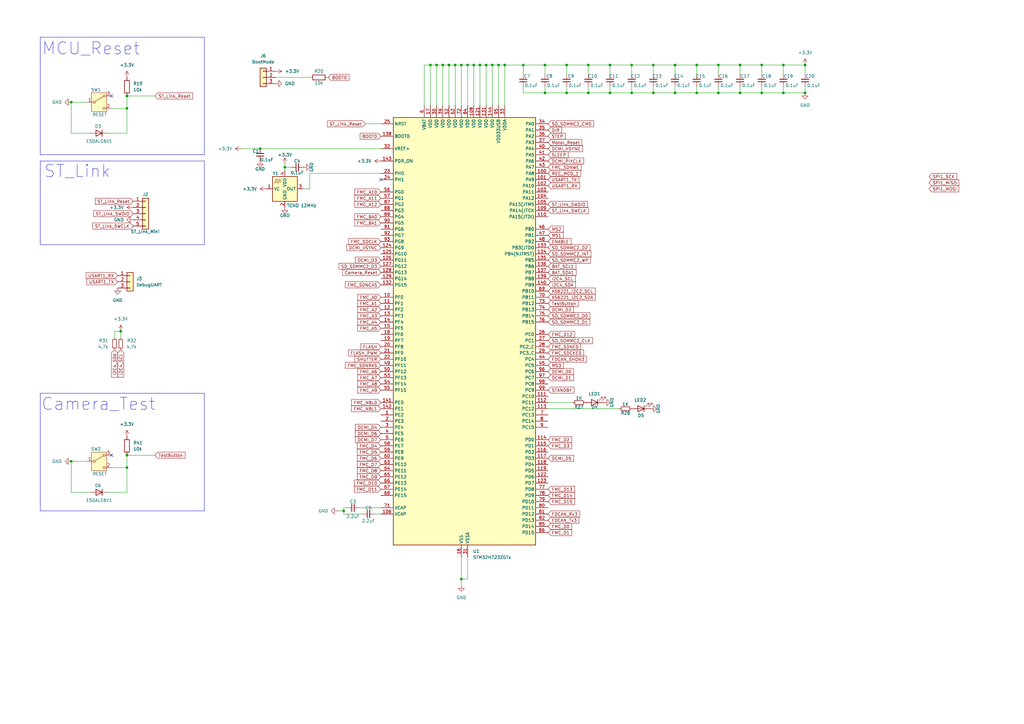
<source format=kicad_sch>
(kicad_sch (version 20250114) (generator "eeschema") (generator_version "9.0")
  (paper "A3")
  (title_block (title "STM32HSV") (date "2025-02-03") (rev "1.0") (company "Roboties"))
  (lib_symbols
    (symbol "Connector_Generic:Conn_01x03" (pin_names (offset 1.016) (hide yes))
      (property "Reference" "J" (at 0 5.08 0))
      (property "Value" "Conn_01x03" (at 0 -5.08 0))
      (symbol "Conn_01x03_1_1"
        (pin passive line (at -5.08 2.54 0) (length 3.81) (name "Pin_1") (number "1"))
        (pin passive line (at -5.08 0 0) (length 3.81) (name "Pin_2") (number "2"))
        (pin passive line (at -5.08 -2.54 0) (length 3.81) (name "Pin_3") (number "3"))
      )
    )
    (symbol "Connector_Generic:Conn_01x05" (pin_names (offset 1.016) (hide yes))
      (property "Reference" "J" (at 0 7.62 0))
      (property "Value" "Conn_01x05" (at 0 -7.62 0))
      (symbol "Conn_01x05_1_1"
        (pin passive line (at -5.08 5.08 0) (length 3.81) (name "Pin_1") (number "1"))
        (pin passive line (at -5.08 2.54 0) (length 3.81) (name "Pin_2") (number "2"))
        (pin passive line (at -5.08 0 0) (length 3.81) (name "Pin_3") (number "3"))
        (pin passive line (at -5.08 -2.54 0) (length 3.81) (name "Pin_4") (number "4"))
        (pin passive line (at -5.08 -5.08 0) (length 3.81) (name "Pin_5") (number "5"))
      )
    )
    (symbol "Device:C_Small" (pin_numbers (hide yes)) (pin_names (offset 0.254) (hide yes))
      (property "Reference" "C" (at 0.254 1.778 0))
      (property "Value" "C_Small" (at 0.254 -2.032 0))
      (symbol "C_Small_1_1"
        (pin passive line (at 0 2.54 270) (length 2.032) (name "~") (number "1"))
        (pin passive line (at 0 -2.54 90) (length 2.032) (name "~") (number "2"))
      )
    )
    (symbol "Device:D" (pin_numbers (hide yes)) (pin_names (offset 1.016) (hide yes))
      (property "Reference" "D" (at 0 2.54 0))
      (property "Value" "D" (at 0 -2.54 0))
      (symbol "D_1_1"
        (pin passive line (at -3.81 0 0) (length 2.54) (name "K") (number "1"))
        (pin passive line (at 3.81 0 180) (length 2.54) (name "A") (number "2"))
      )
    )
    (symbol "Device:LED" (pin_numbers (hide yes)) (pin_names (offset 1.016) (hide yes))
      (property "Reference" "D" (at 0 2.54 0))
      (property "Value" "LED" (at 0 -2.54 0))
      (symbol "LED_1_1"
        (pin passive line (at -3.81 0 0) (length 2.54) (name "K") (number "1"))
        (pin passive line (at 3.81 0 180) (length 2.54) (name "A") (number "2"))
      )
    )
    (symbol "Device:R" (pin_numbers (hide yes)) (pin_names (offset 0))
      (property "Reference" "R" (at 2.032 0 90))
      (property "Value" "R" (at 0 0 90))
      (symbol "R_1_1"
        (pin passive line (at 0 3.81 270) (length 1.27) (name "~") (number "1"))
        (pin passive line (at 0 -3.81 90) (length 1.27) (name "~") (number "2"))
      )
    )
    (symbol "Device:R_Small" (pin_numbers (hide yes)) (pin_names (offset 0.254) (hide yes))
      (property "Reference" "R" (at 0.762 0.508 0))
      (property "Value" "R_Small" (at 0.762 -1.016 0))
      (symbol "R_Small_1_1"
        (pin passive line (at 0 2.54 270) (length 0.762) (name "~") (number "1"))
        (pin passive line (at 0 -2.54 90) (length 0.762) (name "~") (number "2"))
      )
    )
    (symbol "MCU_ST_STM32H7:STM32H723ZGTx"
      (property "Reference" "U" (at -27.94 90.17 0))
      (property "Value" "STM32H723ZGTx" (at 20.32 90.17 0))
      (symbol "STM32H723ZGTx_1_1"
        (pin input line (at -33.02 86.36 0) (length 5.08) (name "NRST") (number "25"))
        (pin input line (at -33.02 81.28 0) (length 5.08) (name "BOOT0") (number "138"))
        (pin input line (at -33.02 76.2 0) (length 5.08) (name "VREF+") (number "32"))
        (pin input line (at -33.02 71.12 0) (length 5.08) (name "PDR_ON") (number "143"))
        (pin bidirectional line (at -33.02 66.04 0) (length 5.08) (name "PH0") (number "23"))
        (pin bidirectional line (at -33.02 63.5 0) (length 5.08) (name "PH1") (number "24"))
        (pin bidirectional line (at -33.02 58.42 0) (length 5.08) (name "PG0") (number "56"))
        (pin bidirectional line (at -33.02 55.88 0) (length 5.08) (name "PG1") (number "57"))
        (pin bidirectional line (at -33.02 53.34 0) (length 5.08) (name "PG2") (number "87"))
        (pin bidirectional line (at -33.02 50.8 0) (length 5.08) (name "PG3") (number "88"))
        (pin bidirectional line (at -33.02 48.26 0) (length 5.08) (name "PG4") (number "89"))
        (pin bidirectional line (at -33.02 45.72 0) (length 5.08) (name "PG5") (number "90"))
        (pin bidirectional line (at -33.02 43.18 0) (length 5.08) (name "PG6") (number "91"))
        (pin bidirectional line (at -33.02 40.64 0) (length 5.08) (name "PG7") (number "92"))
        (pin bidirectional line (at -33.02 38.1 0) (length 5.08) (name "PG8") (number "93"))
        (pin bidirectional line (at -33.02 35.56 0) (length 5.08) (name "PG9") (number "124"))
        (pin bidirectional line (at -33.02 33.02 0) (length 5.08) (name "PG10") (number "125"))
        (pin bidirectional line (at -33.02 30.48 0) (length 5.08) (name "PG11") (number "126"))
        (pin bidirectional line (at -33.02 27.94 0) (length 5.08) (name "PG12") (number "127"))
        (pin bidirectional line (at -33.02 25.4 0) (length 5.08) (name "PG13") (number "128"))
        (pin bidirectional line (at -33.02 22.86 0) (length 5.08) (name "PG14") (number "129"))
        (pin bidirectional line (at -33.02 20.32 0) (length 5.08) (name "PG15") (number "132"))
        (pin bidirectional line (at -33.02 15.24 0) (length 5.08) (name "PF0") (number "10"))
        (pin bidirectional line (at -33.02 12.7 0) (length 5.08) (name "PF1") (number "11"))
        (pin bidirectional line (at -33.02 10.16 0) (length 5.08) (name "PF2") (number "12"))
        (pin bidirectional line (at -33.02 7.62 0) (length 5.08) (name "PF3") (number "13"))
        (pin bidirectional line (at -33.02 5.08 0) (length 5.08) (name "PF4") (number "14"))
        (pin bidirectional line (at -33.02 2.54 0) (length 5.08) (name "PF5") (number "15"))
        (pin bidirectional line (at -33.02 0 0) (length 5.08) (name "PF6") (number "18"))
        (pin bidirectional line (at -33.02 -2.54 0) (length 5.08) (name "PF7") (number "19"))
        (pin bidirectional line (at -33.02 -5.08 0) (length 5.08) (name "PF8") (number "20"))
        (pin bidirectional line (at -33.02 -7.62 0) (length 5.08) (name "PF9") (number "21"))
        (pin bidirectional line (at -33.02 -10.16 0) (length 5.08) (name "PF10") (number "22"))
        (pin bidirectional line (at -33.02 -12.7 0) (length 5.08) (name "PF11") (number "49"))
        (pin bidirectional line (at -33.02 -15.24 0) (length 5.08) (name "PF12") (number "50"))
        (pin bidirectional line (at -33.02 -17.78 0) (length 5.08) (name "PF13") (number "53"))
        (pin bidirectional line (at -33.02 -20.32 0) (length 5.08) (name "PF14") (number "54"))
        (pin bidirectional line (at -33.02 -22.86 0) (length 5.08) (name "PF15") (number "55"))
        (pin bidirectional line (at -33.02 -27.94 0) (length 5.08) (name "PE0") (number "141"))
        (pin bidirectional line (at -33.02 -30.48 0) (length 5.08) (name "PE1") (number "142"))
        (pin bidirectional line (at -33.02 -33.02 0) (length 5.08) (name "PE2") (number "1"))
        (pin bidirectional line (at -33.02 -35.56 0) (length 5.08) (name "PE3") (number "2"))
        (pin bidirectional line (at -33.02 -38.1 0) (length 5.08) (name "PE4") (number "3"))
        (pin bidirectional line (at -33.02 -40.64 0) (length 5.08) (name "PE5") (number "4"))
        (pin bidirectional line (at -33.02 -43.18 0) (length 5.08) (name "PE6") (number "5"))
        (pin bidirectional line (at -33.02 -45.72 0) (length 5.08) (name "PE7") (number "58"))
        (pin bidirectional line (at -33.02 -48.26 0) (length 5.08) (name "PE8") (number "59"))
        (pin bidirectional line (at -33.02 -50.8 0) (length 5.08) (name "PE9") (number "60"))
        (pin bidirectional line (at -33.02 -53.34 0) (length 5.08) (name "PE10") (number "63"))
        (pin bidirectional line (at -33.02 -55.88 0) (length 5.08) (name "PE11") (number "64"))
        (pin bidirectional line (at -33.02 -58.42 0) (length 5.08) (name "PE12") (number "65"))
        (pin bidirectional line (at -33.02 -60.96 0) (length 5.08) (name "PE13") (number "66"))
        (pin bidirectional line (at -33.02 -63.5 0) (length 5.08) (name "PE14") (number "67"))
        (pin bidirectional line (at -33.02 -66.04 0) (length 5.08) (name "PE15") (number "68"))
        (pin power_out line (at -33.02 -71.12 0) (length 5.08) (name "VCAP") (number "71"))
        (pin power_out line (at -33.02 -73.66 0) (length 5.08) (name "VCAP") (number "106"))
        (pin power_in line (at -15.24 93.98 270) (length 5.08) (name "VBAT") (number "6"))
        (pin power_in line (at -12.7 93.98 270) (length 5.08) (name "VDD") (number "17"))
        (pin power_in line (at -10.16 93.98 270) (length 5.08) (name "VDD") (number "30"))
        (pin power_in line (at -7.62 93.98 270) (length 5.08) (name "VDD") (number "39"))
        (pin power_in line (at -5.08 93.98 270) (length 5.08) (name "VDD") (number "52"))
        (pin power_in line (at -2.54 93.98 270) (length 5.08) (name "VDD") (number "62"))
        (pin power_in line (at 0 93.98 270) (length 5.08) (name "VDD") (number "72"))
        (pin passive line (at 0 -91.44 90) (length 5.08) (hide yes) (name "VSS") (number "107"))
        (pin passive line (at 0 -91.44 90) (length 5.08) (hide yes) (name "VSS") (number "120"))
        (pin passive line (at 0 -91.44 90) (length 5.08) (hide yes) (name "VSS") (number "130"))
        (pin power_in line (at 0 -91.44 90) (length 5.08) (name "VSS") (number "16"))
        (pin passive line (at 0 -91.44 90) (length 5.08) (hide yes) (name "VSS") (number "38"))
        (pin passive line (at 0 -91.44 90) (length 5.08) (hide yes) (name "VSS") (number "51"))
        (pin passive line (at 0 -91.44 90) (length 5.08) (hide yes) (name "VSS") (number "61"))
        (pin passive line (at 0 -91.44 90) (length 5.08) (hide yes) (name "VSS") (number "83"))
        (pin passive line (at 0 -91.44 90) (length 5.08) (hide yes) (name "VSS") (number "94"))
        (pin power_in line (at 2.54 93.98 270) (length 5.08) (name "VDD") (number "84"))
        (pin power_in line (at 2.54 -91.44 90) (length 5.08) (name "VSSA") (number "31"))
        (pin power_in line (at 5.08 93.98 270) (length 5.08) (name "VDD") (number "108"))
        (pin power_in line (at 7.62 93.98 270) (length 5.08) (name "VDD") (number "121"))
        (pin power_in line (at 10.16 93.98 270) (length 5.08) (name "VDD") (number "131"))
        (pin power_in line (at 12.7 93.98 270) (length 5.08) (name "VDD") (number "144"))
        (pin power_in line (at 15.24 93.98 270) (length 5.08) (name "VDD33USB") (number "95"))
        (pin power_in line (at 17.78 93.98 270) (length 5.08) (name "VDDA") (number "33"))
        (pin bidirectional line (at 35.56 86.36 180) (length 5.08) (name "PA0") (number "34"))
        (pin bidirectional line (at 35.56 83.82 180) (length 5.08) (name "PA1") (number "35"))
        (pin bidirectional line (at 35.56 81.28 180) (length 5.08) (name "PA2") (number "36"))
        (pin bidirectional line (at 35.56 78.74 180) (length 5.08) (name "PA3") (number "37"))
        (pin bidirectional line (at 35.56 76.2 180) (length 5.08) (name "PA4") (number "40"))
        (pin bidirectional line (at 35.56 73.66 180) (length 5.08) (name "PA5") (number "41"))
        (pin bidirectional line (at 35.56 71.12 180) (length 5.08) (name "PA6") (number "42"))
        (pin bidirectional line (at 35.56 68.58 180) (length 5.08) (name "PA7") (number "43"))
        (pin bidirectional line (at 35.56 66.04 180) (length 5.08) (name "PA8") (number "100"))
        (pin bidirectional line (at 35.56 63.5 180) (length 5.08) (name "PA9") (number "101"))
        (pin bidirectional line (at 35.56 60.96 180) (length 5.08) (name "PA10") (number "102"))
        (pin bidirectional line (at 35.56 58.42 180) (length 5.08) (name "PA11") (number "103"))
        (pin bidirectional line (at 35.56 55.88 180) (length 5.08) (name "PA12") (number "104"))
        (pin bidirectional line (at 35.56 53.34 180) (length 5.08) (name "PA13(JTMS") (number "105"))
        (pin bidirectional line (at 35.56 50.8 180) (length 5.08) (name "PA14(JTCK") (number "109"))
        (pin bidirectional line (at 35.56 48.26 180) (length 5.08) (name "PA15(JTDI)") (number "110"))
        (pin bidirectional line (at 35.56 43.18 180) (length 5.08) (name "PB0") (number "46"))
        (pin bidirectional line (at 35.56 40.64 180) (length 5.08) (name "PB1") (number "47"))
        (pin bidirectional line (at 35.56 38.1 180) (length 5.08) (name "PB2") (number "48"))
        (pin bidirectional line (at 35.56 35.56 180) (length 5.08) (name "PB3(JTDO") (number "133"))
        (pin bidirectional line (at 35.56 33.02 180) (length 5.08) (name "PB4(NJTRST)") (number "134"))
        (pin bidirectional line (at 35.56 30.48 180) (length 5.08) (name "PB5") (number "135"))
        (pin bidirectional line (at 35.56 27.94 180) (length 5.08) (name "PB6") (number "136"))
        (pin bidirectional line (at 35.56 25.4 180) (length 5.08) (name "PB7") (number "137"))
        (pin bidirectional line (at 35.56 22.86 180) (length 5.08) (name "PB8") (number "139"))
        (pin bidirectional line (at 35.56 20.32 180) (length 5.08) (name "PB9") (number "140"))
        (pin bidirectional line (at 35.56 17.78 180) (length 5.08) (name "PB10") (number "69"))
        (pin bidirectional line (at 35.56 15.24 180) (length 5.08) (name "PB11") (number "70"))
        (pin bidirectional line (at 35.56 12.7 180) (length 5.08) (name "PB12") (number "73"))
        (pin bidirectional line (at 35.56 10.16 180) (length 5.08) (name "PB13") (number "74"))
        (pin bidirectional line (at 35.56 7.62 180) (length 5.08) (name "PB14") (number "75"))
        (pin bidirectional line (at 35.56 5.08 180) (length 5.08) (name "PB15") (number "76"))
        (pin bidirectional line (at 35.56 0 180) (length 5.08) (name "PC0") (number "26"))
        (pin bidirectional line (at 35.56 -2.54 180) (length 5.08) (name "PC1") (number "27"))
        (pin bidirectional line (at 35.56 -5.08 180) (length 5.08) (name "PC2_C") (number "28"))
        (pin bidirectional line (at 35.56 -7.62 180) (length 5.08) (name "PC3_C") (number "29"))
        (pin bidirectional line (at 35.56 -10.16 180) (length 5.08) (name "PC4") (number "44"))
        (pin bidirectional line (at 35.56 -12.7 180) (length 5.08) (name "PC5") (number "45"))
        (pin bidirectional line (at 35.56 -15.24 180) (length 5.08) (name "PC6") (number "96"))
        (pin bidirectional line (at 35.56 -17.78 180) (length 5.08) (name "PC7") (number "97"))
        (pin bidirectional line (at 35.56 -20.32 180) (length 5.08) (name "PC8") (number "98"))
        (pin bidirectional line (at 35.56 -22.86 180) (length 5.08) (name "PC9") (number "99"))
        (pin bidirectional line (at 35.56 -25.4 180) (length 5.08) (name "PC10") (number "111"))
        (pin bidirectional line (at 35.56 -27.94 180) (length 5.08) (name "PC11") (number "112"))
        (pin bidirectional line (at 35.56 -30.48 180) (length 5.08) (name "PC12") (number "113"))
        (pin bidirectional line (at 35.56 -33.02 180) (length 5.08) (name "PC13") (number "7"))
        (pin bidirectional line (at 35.56 -35.56 180) (length 5.08) (name "PC14") (number "8"))
        (pin bidirectional line (at 35.56 -38.1 180) (length 5.08) (name "PC15") (number "9"))
        (pin bidirectional line (at 35.56 -43.18 180) (length 5.08) (name "PD0") (number "114"))
        (pin bidirectional line (at 35.56 -45.72 180) (length 5.08) (name "PD1") (number "115"))
        (pin bidirectional line (at 35.56 -48.26 180) (length 5.08) (name "PD2") (number "116"))
        (pin bidirectional line (at 35.56 -50.8 180) (length 5.08) (name "PD3") (number "117"))
        (pin bidirectional line (at 35.56 -53.34 180) (length 5.08) (name "PD4") (number "118"))
        (pin bidirectional line (at 35.56 -55.88 180) (length 5.08) (name "PD5") (number "119"))
        (pin bidirectional line (at 35.56 -58.42 180) (length 5.08) (name "PD6") (number "122"))
        (pin bidirectional line (at 35.56 -60.96 180) (length 5.08) (name "PD7") (number "123"))
        (pin bidirectional line (at 35.56 -63.5 180) (length 5.08) (name "PD8") (number "77"))
        (pin bidirectional line (at 35.56 -66.04 180) (length 5.08) (name "PD9") (number "78"))
        (pin bidirectional line (at 35.56 -68.58 180) (length 5.08) (name "PD10") (number "79"))
        (pin bidirectional line (at 35.56 -71.12 180) (length 5.08) (name "PD11") (number "80"))
        (pin bidirectional line (at 35.56 -73.66 180) (length 5.08) (name "PD12") (number "81"))
        (pin bidirectional line (at 35.56 -76.2 180) (length 5.08) (name "PD13") (number "82"))
        (pin bidirectional line (at 35.56 -78.74 180) (length 5.08) (name "PD14") (number "85"))
        (pin bidirectional line (at 35.56 -81.28 180) (length 5.08) (name "PD15") (number "86"))
      )
    )
    (symbol "Oscillator:FT5HV"
      (property "Reference" "Y" (at 5.08 11.43 0))
      (property "Value" "FT5HV" (at 6.35 8.89 0))
      (symbol "FT5HV_1_1"
        (pin input line (at -7.62 0 0) (length 2.54) (name "VC") (number "1"))
        (pin power_in line (at 0 7.62 270) (length 2.54) (name "VDD") (number "4"))
        (pin power_in line (at 0 -7.62 90) (length 2.54) (name "GND") (number "2"))
        (pin output line (at 7.62 0 180) (length 2.54) (name "OUT") (number "3"))
      )
    )
    (symbol "Switch:SW_SPDT_312" (pin_names (offset 1) (hide yes))
      (property "Reference" "SW" (at 0 5.08 0))
      (property "Value" "SW_SPDT_312" (at 0 -5.08 0))
      (symbol "SW_SPDT_312_1_1"
        (pin passive line (at -5.08 0 0) (length 2.54) (name "B") (number "1"))
        (pin passive line (at 5.08 2.54 180) (length 2.54) (name "A") (number "3"))
        (pin passive line (at 5.08 -2.54 180) (length 2.54) (name "C") (number "2"))
      )
    )
    (symbol "power:+3.3V" (power) (pin_numbers (hide yes)) (pin_names (offset 0) (hide yes))
      (property "Value" "+3.3V" (at 0 3.556 0))
      (symbol "+3.3V_1_1"
        (pin power_in line (at 0 0 90) (length 0) (name "~") (number "1"))
      )
    )
    (symbol "power:GND" (power) (pin_numbers (hide yes)) (pin_names (offset 0) (hide yes))
      (property "Value" "GND" (at 0 -3.81 0))
      (symbol "GND_1_1"
        (pin power_in line (at 0 0 270) (length 0) (name "~") (number "1"))
      )
    )
  )
  (rectangle (start 16.51 15.24) (end 83.82 63.5))
  (rectangle (start 16.51 161.29) (end 83.82 209.55))
  (text "Camera_Test\n" (at 40.386 165.862 0) (effects (font (size 5 5))))
  (text "ST_Link" (at 31.75 70.358 0) (effects (font (size 5 5))))
  (text "MCU_Reset" (at 37.338 20.066 0) (effects (font (size 5 5))))
  (junction (at 321.31 38.1))
  (junction (at 201.93 26.67))
  (junction (at 241.3 26.67))
  (junction (at 140.97 209.55))
  (junction (at 232.41 26.67))
  (junction (at 312.42 38.1))
  (junction (at 321.31 26.67))
  (junction (at 285.75 26.67))
  (junction (at 189.23 237.49))
  (junction (at 223.52 26.67))
  (junction (at 52.07 44.45))
  (junction (at 189.23 26.67))
  (junction (at 49.53 135.89))
  (junction (at 116.84 68.58))
  (junction (at 330.2 38.1))
  (junction (at 214.63 26.67))
  (junction (at 52.07 186.69))
  (junction (at 232.41 38.1))
  (junction (at 312.42 26.67))
  (junction (at 330.2 26.67))
  (junction (at 207.01 26.67))
  (junction (at 241.3 38.1))
  (junction (at 267.97 26.67))
  (junction (at 181.61 26.67))
  (junction (at 29.21 41.91))
  (junction (at 294.64 38.1))
  (junction (at 196.85 26.67))
  (junction (at 186.69 26.67))
  (junction (at 191.77 26.67))
  (junction (at 194.31 26.67))
  (junction (at 52.07 191.77))
  (junction (at 276.86 26.67))
  (junction (at 199.39 26.67))
  (junction (at 223.52 38.1))
  (junction (at 29.21 189.23))
  (junction (at 250.19 38.1))
  (junction (at 176.53 26.67))
  (junction (at 250.19 26.67))
  (junction (at 276.86 38.1))
  (junction (at 179.07 26.67))
  (junction (at 303.53 38.1))
  (junction (at 259.08 38.1))
  (junction (at 106.68 60.96))
  (junction (at 52.07 39.37))
  (junction (at 184.15 26.67))
  (junction (at 259.08 26.67))
  (junction (at 285.75 38.1))
  (junction (at 267.97 38.1))
  (junction (at 294.64 26.67))
  (junction (at 204.47 26.67))
  (junction (at 303.53 26.67))
  (no_connect (at 45.72 39.37))
  (no_connect (at 45.72 186.69))
  (no_connect (at 156.21 73.66))
  (wire (pts (xy 63.5 39.37) (xy 52.07 39.37)))
  (wire (pts (xy 241.3 38.1) (xy 232.41 38.1)))
  (wire (pts (xy 259.08 26.67) (xy 267.97 26.67)))
  (wire (pts (xy 312.42 35.56) (xy 312.42 38.1)))
  (wire (pts (xy 99.06 60.96) (xy 106.68 60.96)))
  (wire (pts (xy 29.21 41.91) (xy 29.21 54.61)))
  (wire (pts (xy 223.52 26.67) (xy 232.41 26.67)))
  (wire (pts (xy 44.45 201.93) (xy 52.07 201.93)))
  (wire (pts (xy 204.47 26.67) (xy 204.47 43.18)))
  (wire (pts (xy 294.64 35.56) (xy 294.64 38.1)))
  (wire (pts (xy 250.19 26.67) (xy 250.19 30.48)))
  (wire (pts (xy 140.97 210.82) (xy 140.97 209.55)))
  (wire (pts (xy 214.63 38.1) (xy 223.52 38.1)))
  (wire (pts (xy 285.75 35.56) (xy 285.75 38.1)))
  (wire (pts (xy 191.77 26.67) (xy 194.31 26.67)))
  (wire (pts (xy 46.99 138.43) (xy 46.99 135.89)))
  (wire (pts (xy 303.53 26.67) (xy 312.42 26.67)))
  (wire (pts (xy 294.64 38.1) (xy 285.75 38.1)))
  (wire (pts (xy 44.45 54.61) (xy 52.07 54.61)))
  (wire (pts (xy 189.23 240.03) (xy 189.23 237.49)))
  (wire (pts (xy 267.97 38.1) (xy 259.08 38.1)))
  (wire (pts (xy 148.59 210.82) (xy 140.97 210.82)))
  (wire (pts (xy 52.07 191.77) (xy 45.72 191.77)))
  (wire (pts (xy 184.15 26.67) (xy 184.15 43.18)))
  (wire (pts (xy 241.3 26.67) (xy 250.19 26.67)))
  (wire (pts (xy 52.07 44.45) (xy 52.07 54.61)))
  (wire (pts (xy 181.61 26.67) (xy 181.61 43.18)))
  (wire (pts (xy 106.68 60.96) (xy 156.21 60.96)))
  (wire (pts (xy 119.38 68.58) (xy 116.84 68.58)))
  (wire (pts (xy 186.69 26.67) (xy 186.69 43.18)))
  (wire (pts (xy 116.84 67.31) (xy 116.84 68.58)))
  (wire (pts (xy 186.69 26.67) (xy 189.23 26.67)))
  (wire (pts (xy 189.23 228.6) (xy 189.23 237.49)))
  (wire (pts (xy 52.07 39.37) (xy 52.07 44.45)))
  (wire (pts (xy 312.42 38.1) (xy 303.53 38.1)))
  (wire (pts (xy 147.32 208.28) (xy 156.21 208.28)))
  (wire (pts (xy 223.52 26.67) (xy 223.52 30.48)))
  (wire (pts (xy 52.07 44.45) (xy 45.72 44.45)))
  (wire (pts (xy 52.07 186.69) (xy 52.07 191.77)))
  (wire (pts (xy 153.67 210.82) (xy 156.21 210.82)))
  (wire (pts (xy 191.77 26.67) (xy 191.77 43.18)))
  (wire (pts (xy 321.31 35.56) (xy 321.31 38.1)))
  (wire (pts (xy 254 167.64) (xy 224.79 167.64)))
  (wire (pts (xy 267.97 26.67) (xy 276.86 26.67)))
  (wire (pts (xy 189.23 26.67) (xy 189.23 43.18)))
  (wire (pts (xy 179.07 26.67) (xy 181.61 26.67)))
  (wire (pts (xy 29.21 201.93) (xy 36.83 201.93)))
  (wire (pts (xy 29.21 189.23) (xy 35.56 189.23)))
  (wire (pts (xy 124.46 77.47) (xy 127 77.47)))
  (wire (pts (xy 36.83 54.61) (xy 29.21 54.61)))
  (wire (pts (xy 232.41 26.67) (xy 232.41 30.48)))
  (wire (pts (xy 176.53 26.67) (xy 176.53 43.18)))
  (wire (pts (xy 184.15 26.67) (xy 186.69 26.67)))
  (polyline (pts (xy 16.51 66.04) (xy 16.51 100.33)))
  (wire (pts (xy 303.53 38.1) (xy 294.64 38.1)))
  (wire (pts (xy 196.85 26.67) (xy 199.39 26.67)))
  (wire (pts (xy 142.24 208.28) (xy 140.97 208.28)))
  (wire (pts (xy 181.61 26.67) (xy 184.15 26.67)))
  (wire (pts (xy 234.95 165.1) (xy 224.79 165.1)))
  (wire (pts (xy 194.31 26.67) (xy 196.85 26.67)))
  (wire (pts (xy 312.42 26.67) (xy 321.31 26.67)))
  (wire (pts (xy 29.21 189.23) (xy 29.21 201.93)))
  (wire (pts (xy 303.53 26.67) (xy 303.53 30.48)))
  (wire (pts (xy 207.01 26.67) (xy 214.63 26.67)))
  (wire (pts (xy 29.21 41.91) (xy 35.56 41.91)))
  (wire (pts (xy 232.41 38.1) (xy 223.52 38.1)))
  (wire (pts (xy 201.93 26.67) (xy 201.93 43.18)))
  (wire (pts (xy 207.01 26.67) (xy 207.01 43.18)))
  (wire (pts (xy 285.75 26.67) (xy 294.64 26.67)))
  (wire (pts (xy 232.41 26.67) (xy 241.3 26.67)))
  (wire (pts (xy 196.85 26.67) (xy 196.85 43.18)))
  (wire (pts (xy 276.86 26.67) (xy 285.75 26.67)))
  (wire (pts (xy 259.08 26.67) (xy 259.08 30.48)))
  (wire (pts (xy 330.2 26.67) (xy 330.2 30.48)))
  (wire (pts (xy 201.93 26.67) (xy 204.47 26.67)))
  (wire (pts (xy 199.39 26.67) (xy 199.39 43.18)))
  (wire (pts (xy 63.5 186.69) (xy 52.07 186.69)))
  (wire (pts (xy 321.31 26.67) (xy 321.31 30.48)))
  (wire (pts (xy 259.08 38.1) (xy 250.19 38.1)))
  (polyline (pts (xy 83.82 66.04) (xy 83.82 100.33)))
  (wire (pts (xy 276.86 38.1) (xy 267.97 38.1)))
  (wire (pts (xy 179.07 26.67) (xy 179.07 43.18)))
  (wire (pts (xy 127 71.12) (xy 156.21 71.12)))
  (wire (pts (xy 294.64 26.67) (xy 294.64 30.48)))
  (wire (pts (xy 250.19 26.67) (xy 259.08 26.67)))
  (wire (pts (xy 46.99 135.89) (xy 49.53 135.89)))
  (wire (pts (xy 285.75 38.1) (xy 276.86 38.1)))
  (wire (pts (xy 330.2 35.56) (xy 330.2 38.1)))
  (wire (pts (xy 127 31.75) (xy 113.03 31.75)))
  (wire (pts (xy 116.84 68.58) (xy 116.84 69.85)))
  (polyline (pts (xy 16.51 66.04) (xy 83.82 66.04)))
  (wire (pts (xy 52.07 191.77) (xy 52.07 201.93)))
  (wire (pts (xy 189.23 237.49) (xy 191.77 237.49)))
  (wire (pts (xy 149.86 50.8) (xy 156.21 50.8)))
  (wire (pts (xy 294.64 26.67) (xy 303.53 26.67)))
  (wire (pts (xy 285.75 26.67) (xy 285.75 30.48)))
  (wire (pts (xy 223.52 35.56) (xy 223.52 38.1)))
  (wire (pts (xy 127 77.47) (xy 127 71.12)))
  (wire (pts (xy 194.31 26.67) (xy 194.31 43.18)))
  (wire (pts (xy 173.99 26.67) (xy 176.53 26.67)))
  (wire (pts (xy 138.43 209.55) (xy 140.97 209.55)))
  (wire (pts (xy 176.53 26.67) (xy 179.07 26.67)))
  (wire (pts (xy 214.63 35.56) (xy 214.63 38.1)))
  (wire (pts (xy 189.23 26.67) (xy 191.77 26.67)))
  (wire (pts (xy 232.41 35.56) (xy 232.41 38.1)))
  (wire (pts (xy 199.39 26.67) (xy 201.93 26.67)))
  (wire (pts (xy 312.42 26.67) (xy 312.42 30.48)))
  (wire (pts (xy 241.3 35.56) (xy 241.3 38.1)))
  (wire (pts (xy 303.53 35.56) (xy 303.53 38.1)))
  (polyline (pts (xy 83.82 100.33) (xy 16.51 100.33)))
  (wire (pts (xy 173.99 26.67) (xy 173.99 43.18)))
  (wire (pts (xy 49.53 135.89) (xy 49.53 138.43)))
  (wire (pts (xy 214.63 26.67) (xy 223.52 26.67)))
  (wire (pts (xy 204.47 26.67) (xy 207.01 26.67)))
  (wire (pts (xy 330.2 38.1) (xy 321.31 38.1)))
  (wire (pts (xy 214.63 26.67) (xy 214.63 30.48)))
  (wire (pts (xy 250.19 38.1) (xy 241.3 38.1)))
  (wire (pts (xy 259.08 35.56) (xy 259.08 38.1)))
  (wire (pts (xy 267.97 26.67) (xy 267.97 30.48)))
  (wire (pts (xy 321.31 26.67) (xy 330.2 26.67)))
  (wire (pts (xy 191.77 228.6) (xy 191.77 237.49)))
  (wire (pts (xy 250.19 35.56) (xy 250.19 38.1)))
  (wire (pts (xy 276.86 35.56) (xy 276.86 38.1)))
  (wire (pts (xy 241.3 26.67) (xy 241.3 30.48)))
  (wire (pts (xy 140.97 208.28) (xy 140.97 209.55)))
  (wire (pts (xy 267.97 35.56) (xy 267.97 38.1)))
  (wire (pts (xy 276.86 26.67) (xy 276.86 30.48)))
  (wire (pts (xy 321.31 38.1) (xy 312.42 38.1)))
  (global_label "FMC_A3" (shape input) (at 156.21 129.54 180) (property "Intersheetrefs" "${INTERSHEET_REFS}" (effects (hide yes))))
  (global_label "FDCAN_SHDN3" (shape input) (at 224.79 147.32 0) (property "Intersheetrefs" "${INTERSHEET_REFS}" (effects (hide yes))))
  (global_label "DCMI_D3" (shape input) (at 156.21 106.68 180) (property "Intersheetrefs" "${INTERSHEET_REFS}" (effects (hide yes))))
  (global_label "FMC_D13" (shape input) (at 224.79 200.66 0) (property "Intersheetrefs" "${INTERSHEET_REFS}" (effects (hide yes))))
  (global_label "FMC_A1" (shape input) (at 156.21 124.46 180) (property "Intersheetrefs" "${INTERSHEET_REFS}" (effects (hide yes))))
  (global_label "Camera_Reset" (shape input) (at 156.21 111.76 180) (property "Intersheetrefs" "${INTERSHEET_REFS}" (effects (hide yes))))
  (global_label "FMC_A5" (shape input) (at 156.21 134.62 180) (property "Intersheetrefs" "${INTERSHEET_REFS}" (effects (hide yes))))
  (global_label "TestButton" (shape input) (at 63.5 186.69 0) (property "Intersheetrefs" "${INTERSHEET_REFS}" (effects (hide yes))))
  (global_label "FMC_NBL1" (shape input) (at 156.21 167.64 180) (property "Intersheetrefs" "${INTERSHEET_REFS}" (effects (hide yes))))
  (global_label "DIR" (shape input) (at 224.79 53.34 0) (property "Intersheetrefs" "${INTERSHEET_REFS}" (effects (hide yes))))
  (global_label "RCC_MCO_1" (shape input) (at 224.79 71.12 0) (property "Intersheetrefs" "${INTERSHEET_REFS}" (effects (hide yes))))
  (global_label "TestButton" (shape input) (at 224.79 124.46 0) (property "Intersheetrefs" "${INTERSHEET_REFS}" (effects (hide yes))))
  (global_label "SD_SDMMC2_D2" (shape input) (at 224.79 101.6 0) (property "Intersheetrefs" "${INTERSHEET_REFS}" (effects (hide yes))))
  (global_label "STEP" (shape input) (at 224.79 55.88 0) (property "Intersheetrefs" "${INTERSHEET_REFS}" (effects (hide yes))))
  (global_label "USART1_TX" (shape input) (at 224.79 73.66 0) (property "Intersheetrefs" "${INTERSHEET_REFS}" (effects (hide yes))))
  (global_label "SD_SDMMC2_WP" (shape input) (at 224.79 106.68 0) (property "Intersheetrefs" "${INTERSHEET_REFS}" (effects (hide yes))))
  (global_label "FMC_D5" (shape input) (at 156.21 185.42 180) (property "Intersheetrefs" "${INTERSHEET_REFS}" (effects (hide yes))))
  (global_label "DCMI_VSYNC" (shape input) (at 156.21 101.6 180) (property "Intersheetrefs" "${INTERSHEET_REFS}" (effects (hide yes))))
  (global_label "FMC_SDNRAS" (shape input) (at 156.21 149.86 180) (property "Intersheetrefs" "${INTERSHEET_REFS}" (effects (hide yes))))
  (global_label "MS3" (shape input) (at 224.79 149.86 0) (property "Intersheetrefs" "${INTERSHEET_REFS}" (effects (hide yes))))
  (global_label "FMC_A10" (shape input) (at 156.21 78.74 180) (property "Intersheetrefs" "${INTERSHEET_REFS}" (effects (hide yes))))
  (global_label "FMC_D14" (shape input) (at 224.79 203.2 0) (property "Intersheetrefs" "${INTERSHEET_REFS}" (effects (hide yes))))
  (global_label "SD_SDMMC2_INT" (shape input) (at 224.79 104.14 0) (property "Intersheetrefs" "${INTERSHEET_REFS}" (effects (hide yes))))
  (global_label "FMC_D6" (shape input) (at 156.21 187.96 180) (property "Intersheetrefs" "${INTERSHEET_REFS}" (effects (hide yes))))
  (global_label "FLASH_PWM" (shape input) (at 156.21 144.78 180) (property "Intersheetrefs" "${INTERSHEET_REFS}" (effects (hide yes))))
  (global_label "FMC_D4" (shape input) (at 156.21 182.88 180) (property "Intersheetrefs" "${INTERSHEET_REFS}" (effects (hide yes))))
  (global_label "FLASH" (shape input) (at 156.21 142.24 180) (property "Intersheetrefs" "${INTERSHEET_REFS}" (effects (hide yes))))
  (global_label "FMC_SDNWE" (shape input) (at 224.79 68.58 0) (property "Intersheetrefs" "${INTERSHEET_REFS}" (effects (hide yes))))
  (global_label "FMC_A4" (shape input) (at 156.21 132.08 180) (property "Intersheetrefs" "${INTERSHEET_REFS}" (effects (hide yes))))
  (global_label "FMC_A7" (shape input) (at 156.21 154.94 180) (property "Intersheetrefs" "${INTERSHEET_REFS}" (effects (hide yes))))
  (global_label "FMC_SDNE0" (shape input) (at 224.79 142.24 0) (property "Intersheetrefs" "${INTERSHEET_REFS}" (effects (hide yes))))
  (global_label "DCMI_D4" (shape input) (at 156.21 175.26 180) (property "Intersheetrefs" "${INTERSHEET_REFS}" (effects (hide yes))))
  (global_label "DCMI_D5" (shape input) (at 224.79 187.96 0) (property "Intersheetrefs" "${INTERSHEET_REFS}" (effects (hide yes))))
  (global_label "FMC_NBL0" (shape input) (at 156.21 165.1 180) (property "Intersheetrefs" "${INTERSHEET_REFS}" (effects (hide yes))))
  (global_label "FMC_SDNCAS" (shape input) (at 156.21 116.84 180) (property "Intersheetrefs" "${INTERSHEET_REFS}" (effects (hide yes))))
  (global_label "MS1" (shape input) (at 224.79 96.52 0) (property "Intersheetrefs" "${INTERSHEET_REFS}" (effects (hide yes))))
  (global_label "FMC_A12" (shape input) (at 156.21 83.82 180) (property "Intersheetrefs" "${INTERSHEET_REFS}" (effects (hide yes))))
  (global_label "FMC_A6" (shape input) (at 156.21 152.4 180) (property "Intersheetrefs" "${INTERSHEET_REFS}" (effects (hide yes))))
  (global_label "SPI1_MISO" (shape input) (at 381 74.93 0) (property "Intersheetrefs" "${INTERSHEET_REFS}" (effects (hide yes))))
  (global_label "USART1_RX" (shape input) (at 224.79 76.2 0) (property "Intersheetrefs" "${INTERSHEET_REFS}" (effects (hide yes))))
  (global_label "FMC_D9" (shape input) (at 156.21 195.58 180) (property "Intersheetrefs" "${INTERSHEET_REFS}" (effects (hide yes))))
  (global_label "FMC_D1" (shape input) (at 224.79 218.44 0) (property "Intersheetrefs" "${INTERSHEET_REFS}" (effects (hide yes))))
  (global_label "I2C4_SCL" (shape input) (at 49.53 143.51 270) (property "Intersheetrefs" "${INTERSHEET_REFS}" (effects (hide yes))))
  (global_label "FMC_A11" (shape input) (at 156.21 81.28 180) (property "Intersheetrefs" "${INTERSHEET_REFS}" (effects (hide yes))))
  (global_label "AS6221_I2C2_SCL" (shape input) (at 224.79 119.38 0) (property "Intersheetrefs" "${INTERSHEET_REFS}" (effects (hide yes))))
  (global_label "FDCAN_Tx3" (shape input) (at 224.79 213.36 0) (property "Intersheetrefs" "${INTERSHEET_REFS}" (effects (hide yes))))
  (global_label "USART1_TX" (shape input) (at 48.26 115.57 180) (property "Intersheetrefs" "${INTERSHEET_REFS}" (effects (hide yes))))
  (global_label "FMC_A9" (shape input) (at 156.21 160.02 180) (property "Intersheetrefs" "${INTERSHEET_REFS}" (effects (hide yes))))
  (global_label "ST_Link_SWCLK" (shape input) (at 224.79 86.36 0) (property "Intersheetrefs" "${INTERSHEET_REFS}" (effects (hide yes))))
  (global_label "FMC_BA1" (shape input) (at 156.21 91.44 180) (property "Intersheetrefs" "${INTERSHEET_REFS}" (effects (hide yes))))
  (global_label "SD_SDMMC2_D0" (shape input) (at 224.79 129.54 0) (property "Intersheetrefs" "${INTERSHEET_REFS}" (effects (hide yes))))
  (global_label "I2C4_SDA" (shape input) (at 46.99 143.51 270) (property "Intersheetrefs" "${INTERSHEET_REFS}" (effects (hide yes))))
  (global_label "FMC_BA0" (shape input) (at 156.21 88.9 180) (property "Intersheetrefs" "${INTERSHEET_REFS}" (effects (hide yes))))
  (global_label "BOOT0" (shape input) (at 134.62 31.75 0) (property "Intersheetrefs" "${INTERSHEET_REFS}" (effects (hide yes))))
  (global_label "USART1_RX" (shape input) (at 48.26 113.03 180) (property "Intersheetrefs" "${INTERSHEET_REFS}" (effects (hide yes))))
  (global_label "I2C4_SCL" (shape input) (at 224.79 114.3 0) (property "Intersheetrefs" "${INTERSHEET_REFS}" (effects (hide yes))))
  (global_label "DCMI_D0" (shape input) (at 224.79 152.4 0) (property "Intersheetrefs" "${INTERSHEET_REFS}" (effects (hide yes))))
  (global_label "FMC_D3" (shape input) (at 224.79 182.88 0) (property "Intersheetrefs" "${INTERSHEET_REFS}" (effects (hide yes))))
  (global_label "DCMI_D6" (shape input) (at 156.21 177.8 180) (property "Intersheetrefs" "${INTERSHEET_REFS}" (effects (hide yes))))
  (global_label "ST_Link_SWDIO" (shape input) (at 224.79 83.82 0) (property "Intersheetrefs" "${INTERSHEET_REFS}" (effects (hide yes))))
  (global_label "DCMI_D2" (shape input) (at 224.79 127 0) (property "Intersheetrefs" "${INTERSHEET_REFS}" (effects (hide yes))))
  (global_label "ST_Link_Reset" (shape input) (at 63.5 39.37 0) (property "Intersheetrefs" "${INTERSHEET_REFS}" (effects (hide yes))))
  (global_label "ST_Link_SWCLK" (shape input) (at 54.61 92.71 180) (property "Intersheetrefs" "${INTERSHEET_REFS}" (effects (hide yes))))
  (global_label "MS2" (shape input) (at 224.79 93.98 0) (property "Intersheetrefs" "${INTERSHEET_REFS}" (effects (hide yes))))
  (global_label "DCMI_HSYNC" (shape input) (at 224.79 60.96 0) (property "Intersheetrefs" "${INTERSHEET_REFS}" (effects (hide yes))))
  (global_label "SD_SDMMC2_D3" (shape input) (at 156.21 109.22 180) (property "Intersheetrefs" "${INTERSHEET_REFS}" (effects (hide yes))))
  (global_label "AS6221_I2C2_SDA" (shape input) (at 224.79 121.92 0) (property "Intersheetrefs" "${INTERSHEET_REFS}" (effects (hide yes))))
  (global_label "SPI1_SCK" (shape input) (at 381 72.39 0) (property "Intersheetrefs" "${INTERSHEET_REFS}" (effects (hide yes))))
  (global_label "ST_Link_SWDIO" (shape input) (at 54.61 87.63 180) (property "Intersheetrefs" "${INTERSHEET_REFS}" (effects (hide yes))))
  (global_label "SHUTTER" (shape input) (at 156.21 147.32 180) (property "Intersheetrefs" "${INTERSHEET_REFS}" (effects (hide yes))))
  (global_label "FMC_D10" (shape input) (at 156.21 198.12 180) (property "Intersheetrefs" "${INTERSHEET_REFS}" (effects (hide yes))))
  (global_label "FMC_A0" (shape input) (at 156.21 121.92 180) (property "Intersheetrefs" "${INTERSHEET_REFS}" (effects (hide yes))))
  (global_label "DCMI_D1" (shape input) (at 224.79 154.94 0) (property "Intersheetrefs" "${INTERSHEET_REFS}" (effects (hide yes))))
  (global_label "FMC_D8" (shape input) (at 156.21 193.04 180) (property "Intersheetrefs" "${INTERSHEET_REFS}" (effects (hide yes))))
  (global_label "SD_SDMMC2_CMD" (shape input) (at 224.79 50.8 0) (property "Intersheetrefs" "${INTERSHEET_REFS}" (effects (hide yes))))
  (global_label "FMC_A2" (shape input) (at 156.21 127 180) (property "Intersheetrefs" "${INTERSHEET_REFS}" (effects (hide yes))))
  (global_label "FMC_D12" (shape input) (at 224.79 137.16 0) (property "Intersheetrefs" "${INTERSHEET_REFS}" (effects (hide yes))))
  (global_label "FMC_D11" (shape input) (at 156.21 200.66 180) (property "Intersheetrefs" "${INTERSHEET_REFS}" (effects (hide yes))))
  (global_label "FMC_D7" (shape input) (at 156.21 190.5 180) (property "Intersheetrefs" "${INTERSHEET_REFS}" (effects (hide yes))))
  (global_label "DCMI_PIXCLK" (shape input) (at 224.79 66.04 0) (property "Intersheetrefs" "${INTERSHEET_REFS}" (effects (hide yes))))
  (global_label "SPI1_MOSI" (shape input) (at 381 77.47 0) (property "Intersheetrefs" "${INTERSHEET_REFS}" (effects (hide yes))))
  (global_label "ST_Link_Reset" (shape input) (at 149.86 50.8 180) (property "Intersheetrefs" "${INTERSHEET_REFS}" (effects (hide yes))))
  (global_label "SD_SDMMC2_D1" (shape input) (at 224.79 132.08 0) (property "Intersheetrefs" "${INTERSHEET_REFS}" (effects (hide yes))))
  (global_label "FMC_A8" (shape input) (at 156.21 157.48 180) (property "Intersheetrefs" "${INTERSHEET_REFS}" (effects (hide yes))))
  (global_label "FMC_D15" (shape input) (at 224.79 205.74 0) (property "Intersheetrefs" "${INTERSHEET_REFS}" (effects (hide yes))))
  (global_label "ENABLE" (shape input) (at 224.79 99.06 0) (property "Intersheetrefs" "${INTERSHEET_REFS}" (effects (hide yes))))
  (global_label "FMC_SDCLK" (shape input) (at 156.21 99.06 180) (property "Intersheetrefs" "${INTERSHEET_REFS}" (effects (hide yes))))
  (global_label "ST_Link_Reset" (shape input) (at 54.61 82.55 180) (property "Intersheetrefs" "${INTERSHEET_REFS}" (effects (hide yes))))
  (global_label "FMC_D2" (shape input) (at 224.79 180.34 0) (property "Intersheetrefs" "${INTERSHEET_REFS}" (effects (hide yes))))
  (global_label "FMC_D0" (shape input) (at 224.79 215.9 0) (property "Intersheetrefs" "${INTERSHEET_REFS}" (effects (hide yes))))
  (global_label "DCMI_D7" (shape input) (at 156.21 180.34 180) (property "Intersheetrefs" "${INTERSHEET_REFS}" (effects (hide yes))))
  (global_label "BOOT0" (shape input) (at 156.21 55.88 180) (property "Intersheetrefs" "${INTERSHEET_REFS}" (effects (hide yes))))
  (global_label "BAT_SDA1" (shape input) (at 224.79 111.76 0) (property "Intersheetrefs" "${INTERSHEET_REFS}" (effects (hide yes))))
  (global_label "SLEEP" (shape input) (at 224.79 63.5 0) (property "Intersheetrefs" "${INTERSHEET_REFS}" (effects (hide yes))))
  (global_label "I2C4_SDA" (shape input) (at 224.79 116.84 0) (property "Intersheetrefs" "${INTERSHEET_REFS}" (effects (hide yes))))
  (global_label "SD_SDMMC2_CLK" (shape input) (at 224.79 139.7 0) (property "Intersheetrefs" "${INTERSHEET_REFS}" (effects (hide yes))))
  (global_label "FDCAN_Rx3" (shape input) (at 224.79 210.82 0) (property "Intersheetrefs" "${INTERSHEET_REFS}" (effects (hide yes))))
  (global_label "BAT_SCL1" (shape input) (at 224.79 109.22 0) (property "Intersheetrefs" "${INTERSHEET_REFS}" (effects (hide yes))))
  (global_label "STANDBY" (shape input) (at 224.79 160.02 0) (property "Intersheetrefs" "${INTERSHEET_REFS}" (effects (hide yes))))
  (global_label "FMC_SDCKE0" (shape input) (at 224.79 144.78 0) (property "Intersheetrefs" "${INTERSHEET_REFS}" (effects (hide yes))))
  (global_label "Motor_Reset" (shape input) (at 224.79 58.42 0) (property "Intersheetrefs" "${INTERSHEET_REFS}" (effects (hide yes))))
  (symbol (lib_id "power:+3.3V") (at 52.07 31.75 0) (unit 1)
    (property "Reference" "#PWR060" (effects (hide yes)))
    (property "Value" "+3.3V" (at 52.07 26.67 0))
    (property "Description" "Power symbol creates a global label with name \"+3.3V\"" (effects (hide yes)))
  )
  (symbol (lib_id "Connector_Generic:Conn_01x05") (at 59.69 87.63 0) (unit 1)
    (property "Reference" "J2" (at 58.42 79.756 0) (effects (justify left)))
    (property "Value" "ST_Link_Mini" (at 53.594 94.996 0) (effects (justify left)))
    (property "Footprint" "Connector_PinHeader_2.54mm:PinHeader_1x05_P2.54mm_Vertical" (effects (hide yes)))
    (property "Description" "Generic connector, single row, 01x05, script generated (kicad-library-utils/schlib/autogen/connector/)" (effects (hide yes)))
  )
  (symbol (lib_id "Device:C_Small") (at 232.41 33.02 180) (unit 1)
    (property "Reference" "C9" (at 234.188 31.242 0))
    (property "Value" "0.1uF" (at 235.966 35.052 0))
    (property "Footprint" "Capacitor_SMD:C_0603_1608Metric" (effects (hide yes)))
    (property "Description" "Unpolarized capacitor, small symbol" (effects (hide yes)))
  )
  (symbol (lib_id "power:+3.3V") (at 116.84 67.31 0) (unit 1)
    (property "Reference" "#PWR057" (effects (hide yes)))
    (property "Value" "+3.3V" (at 116.84 63.5 0))
    (property "Description" "Power symbol creates a global label with name \"+3.3V\"" (effects (hide yes)))
  )
  (symbol (lib_id "power:GND") (at 29.21 41.91 270) (unit 1)
    (property "Reference" "#PWR059" (effects (hide yes)))
    (property "Value" "GND" (at 25.4 41.9099 90) (effects (justify right)))
    (property "Description" "Power symbol creates a global label with name \"GND\" , ground" (effects (hide yes)))
  )
  (symbol (lib_id "Connector_Generic:Conn_01x03") (at 107.95 31.75 0) (mirror y) (unit 1)
    (property "Reference" "J6" (at 107.95 22.86 0))
    (property "Value" "BootMode" (at 107.95 25.4 0))
    (property "Footprint" "Connector_PinHeader_2.54mm:PinHeader_1x03_P2.54mm_Vertical" (effects (hide yes)))
    (property "Description" "Generic connector, single row, 01x03, script generated (kicad-library-utils/schlib/autogen/connector/)" (effects (hide yes)))
  )
  (symbol (lib_id "Switch:SW_SPDT_312") (at 40.64 41.91 0) (unit 1)
    (property "Reference" "SW1" (at 39.37 36.83 0))
    (property "Value" "RESET" (at 40.894 46.99 0))
    (property "Footprint" "PCB:TLSMDT3C020GLFS" (effects (hide yes)))
    (property "Description" "Switch, single pole double throw" (effects (hide yes)))
  )
  (symbol (lib_id "Device:C_Small") (at 330.2 33.02 180) (unit 1)
    (property "Reference" "C20" (at 332.232 31.242 0))
    (property "Value" "0.1uF" (at 333.756 35.052 0))
    (property "Footprint" "Capacitor_SMD:C_0603_1608Metric" (effects (hide yes)))
    (property "Description" "Unpolarized capacitor, small symbol" (effects (hide yes)))
  )
  (symbol (lib_id "Device:C_Small") (at 121.92 68.58 90) (unit 1)
    (property "Reference" "C4" (at 121.92 66.04 90))
    (property "Value" "0.1uF" (at 121.92 70.866 90))
    (property "Footprint" "Capacitor_SMD:C_0603_1608Metric" (effects (hide yes)))
    (property "Description" "Unpolarized capacitor, small symbol" (effects (hide yes)))
  )
  (symbol (lib_id "Device:C_Small") (at 250.19 33.02 180) (unit 1)
    (property "Reference" "C11" (at 251.714 31.242 0))
    (property "Value" "0.1uF" (at 253.746 35.052 0))
    (property "Footprint" "Capacitor_SMD:C_0603_1608Metric" (effects (hide yes)))
    (property "Description" "Unpolarized capacitor, small symbol" (effects (hide yes)))
  )
  (symbol (lib_id "power:GND") (at 124.46 68.58 90) (unit 1)
    (property "Reference" "#PWR058" (effects (hide yes)))
    (property "Value" "GND" (at 127.762 68.58 0))
    (property "Description" "Power symbol creates a global label with name \"GND\" , ground" (effects (hide yes)))
  )
  (symbol (lib_id "power:+3.3V") (at 52.07 179.07 0) (unit 1)
    (property "Reference" "#PWR0137" (effects (hide yes)))
    (property "Value" "+3.3V" (at 52.07 173.99 0))
    (property "Description" "Power symbol creates a global label with name \"+3.3V\"" (effects (hide yes)))
  )
  (symbol (lib_id "Device:R_Small") (at 46.99 140.97 0) (mirror y) (unit 1)
    (property "Reference" "R31" (at 44.45 139.6999 0) (effects (justify left)))
    (property "Value" "4.7k" (at 44.45 142.2399 0) (effects (justify left)))
    (property "Footprint" "Resistor_SMD:R_0603_1608Metric" (effects (hide yes)))
  )
  (symbol (lib_id "power:+3.3V") (at 156.21 66.04 90) (unit 1)
    (property "Reference" "#PWR055" (effects (hide yes)))
    (property "Value" "+3.3V" (at 152.4 66.0399 90) (effects (justify left)))
    (property "Description" "Power symbol creates a global label with name \"+3.3V\"" (effects (hide yes)))
  )
  (symbol (lib_id "Device:LED") (at 243.84 165.1 180) (unit 1)
    (property "Reference" "D4" (at 243.84 166.878 0))
    (property "Value" "LED1" (at 243.84 161.544 0))
    (property "Footprint" "LED_SMD:LED_0805_2012Metric" (effects (hide yes)))
    (property "Description" "Light emitting diode" (effects (hide yes)))
  )
  (symbol (lib_id "power:GND") (at 106.68 66.04 0) (unit 1)
    (property "Reference" "#PWR02" (effects (hide yes)))
    (property "Value" "GND" (at 106.68 69.342 0))
    (property "Description" "Power symbol creates a global label with name \"GND\" , ground" (effects (hide yes)))
  )
  (symbol (lib_id "Device:D") (at 40.64 54.61 0) (mirror y) (unit 1)
    (property "Reference" "D3" (at 38.862 51.816 0) (effects (justify right)))
    (property "Value" "ESDALC6V1" (at 35.306 57.912 0) (effects (justify right)))
    (property "Footprint" "Diode_SMD:D_SOD-882D" (effects (hide yes)))
    (property "Description" "Diode" (effects (hide yes)))
    (property "Sim.Device" "D" (effects (hide yes)))
    (property "Sim.Pins" "1=K 2=A" (effects (hide yes)))
  )
  (symbol (lib_id "Switch:SW_SPDT_312") (at 40.64 189.23 0) (unit 1)
    (property "Reference" "SW2" (at 39.37 184.15 0))
    (property "Value" "RESET" (at 40.894 194.31 0))
    (property "Footprint" "Sw:TLSMDT3C020GLFS" (effects (hide yes)))
    (property "Description" "Switch, single pole double throw" (effects (hide yes)))
  )
  (symbol (lib_id "power:GND") (at 266.7 167.64 90) (unit 1)
    (property "Reference" "#PWR0107" (effects (hide yes)))
    (property "Value" "GND" (at 270.002 167.64 0))
    (property "Description" "Power symbol creates a global label with name \"GND\" , ground" (effects (hide yes)))
  )
  (symbol (lib_id "Device:D") (at 40.64 201.93 0) (mirror y) (unit 1)
    (property "Reference" "D6" (at 38.862 199.136 0) (effects (justify right)))
    (property "Value" "ESDALC6V1" (at 35.306 205.232 0) (effects (justify right)))
    (property "Footprint" "Diode_SMD:D_SOD-882D" (effects (hide yes)))
    (property "Description" "Diode" (effects (hide yes)))
    (property "Sim.Device" "D" (effects (hide yes)))
    (property "Sim.Pins" "1=K 2=A" (effects (hide yes)))
  )
  (symbol (lib_id "Device:C_Small") (at 151.13 210.82 90) (unit 1)
    (property "Reference" "C5" (at 151.13 208.28 90))
    (property "Value" "2.2uF" (at 151.13 213.614 90))
    (property "Footprint" "Capacitor_SMD:C_0805_2012Metric" (effects (hide yes)))
    (property "Description" "Unpolarized capacitor, small symbol" (effects (hide yes)))
  )
  (symbol (lib_id "Device:C_Small") (at 214.63 33.02 180) (unit 1)
    (property "Reference" "C7" (at 216.154 31.242 0))
    (property "Value" "0.1uF" (at 217.932 35.052 0))
    (property "Footprint" "Capacitor_SMD:C_0603_1608Metric" (effects (hide yes)))
    (property "Description" "Unpolarized capacitor, small symbol" (effects (hide yes)))
  )
  (symbol (lib_id "power:+3.3V") (at 113.03 29.21 270) (unit 1)
    (property "Reference" "#PWR061" (effects (hide yes)))
    (property "Value" "+3.3V" (at 116.84 29.2099 90) (effects (justify left)))
    (property "Description" "Power symbol creates a global label with name \"+3.3V\"" (effects (hide yes)))
  )
  (symbol (lib_id "Device:C_Small") (at 312.42 33.02 180) (unit 1)
    (property "Reference" "C18" (at 314.452 31.242 0))
    (property "Value" "0.1uF" (at 315.976 35.052 0))
    (property "Footprint" "Capacitor_SMD:C_0603_1608Metric" (effects (hide yes)))
    (property "Description" "Unpolarized capacitor, small symbol" (effects (hide yes)))
  )
  (symbol (lib_id "Device:R") (at 52.07 182.88 0) (unit 1)
    (property "Reference" "R41" (at 54.61 181.6099 0) (effects (justify left)))
    (property "Value" "10k" (at 54.61 184.1499 0) (effects (justify left)))
    (property "Footprint" "Resistor_SMD:R_0603_1608Metric" (effects (hide yes)))
    (property "Description" "Resistor" (effects (hide yes)))
  )
  (symbol (lib_id "power:GND") (at 116.84 85.09 0) (unit 1)
    (property "Reference" "#PWR04" (effects (hide yes)))
    (property "Value" "GND" (at 116.84 88.392 0))
    (property "Description" "Power symbol creates a global label with name \"GND\" , ground" (effects (hide yes)))
  )
  (symbol (lib_id "power:+3.3V") (at 54.61 85.09 90) (unit 1)
    (property "Reference" "#PWR022" (effects (hide yes)))
    (property "Value" "+3.3V" (at 50.8 85.0899 90) (effects (justify left)))
    (property "Description" "Power symbol creates a global label with name \"+3.3V\"" (effects (hide yes)))
  )
  (symbol (lib_id "Device:R_Small") (at 237.49 165.1 90) (unit 1)
    (property "Reference" "R27" (at 237.49 166.878 90))
    (property "Value" "1K" (at 237.49 163.322 90))
    (property "Footprint" "Resistor_SMD:R_0603_1608Metric" (effects (hide yes)))
    (property "Description" "Resistor, small symbol" (effects (hide yes)))
  )
  (symbol (lib_id "Device:C_Small") (at 276.86 33.02 180) (unit 1)
    (property "Reference" "C14" (at 278.384 31.242 0))
    (property "Value" "0.1uF" (at 280.416 35.052 0))
    (property "Footprint" "Capacitor_SMD:C_0603_1608Metric" (effects (hide yes)))
    (property "Description" "Unpolarized capacitor, small symbol" (effects (hide yes)))
  )
  (symbol (lib_id "Device:C_Small") (at 144.78 208.28 90) (unit 1)
    (property "Reference" "C3" (at 144.78 205.74 90))
    (property "Value" "2.2uF" (at 144.78 211.836 90))
    (property "Footprint" "Capacitor_SMD:C_0805_2012Metric" (effects (hide yes)))
    (property "Description" "Unpolarized capacitor, small symbol" (effects (hide yes)))
  )
  (symbol (lib_id "power:GND") (at 48.26 118.11 0) (unit 1)
    (property "Reference" "#PWR0114" (effects (hide yes)))
    (property "Value" "GND" (at 48.26 123.19 0))
    (property "Description" "Power symbol creates a global label with name \"GND\" , ground" (effects (hide yes)))
  )
  (symbol (lib_id "Device:C_Small") (at 267.97 33.02 180) (unit 1)
    (property "Reference" "C13" (at 269.494 31.242 0))
    (property "Value" "0.1uF" (at 271.526 35.052 0))
    (property "Footprint" "Capacitor_SMD:C_0603_1608Metric" (effects (hide yes)))
    (property "Description" "Unpolarized capacitor, small symbol" (effects (hide yes)))
  )
  (symbol (lib_id "power:+3.3V") (at 49.53 135.89 0) (unit 1)
    (property "Reference" "#PWR0112" (effects (hide yes)))
    (property "Value" "+3.3V" (at 49.53 130.81 0))
  )
  (symbol (lib_id "Device:C_Small") (at 303.53 33.02 180) (unit 1)
    (property "Reference" "C17" (at 305.562 31.242 0))
    (property "Value" "0.1uF" (at 307.086 35.052 0))
    (property "Footprint" "Capacitor_SMD:C_0603_1608Metric" (effects (hide yes)))
    (property "Description" "Unpolarized capacitor, small symbol" (effects (hide yes)))
  )
  (symbol (lib_id "power:GND") (at 330.2 38.1 0) (unit 1)
    (property "Reference" "#PWR07" (effects (hide yes)))
    (property "Value" "GND" (at 330.2 43.18 0))
    (property "Description" "Power symbol creates a global label with name \"GND\" , ground" (effects (hide yes)))
  )
  (symbol (lib_id "Device:C_Small") (at 285.75 33.02 180) (unit 1)
    (property "Reference" "C15" (at 287.274 31.242 0))
    (property "Value" "0.1uF" (at 289.306 35.052 0))
    (property "Footprint" "Capacitor_SMD:C_0603_1608Metric" (effects (hide yes)))
    (property "Description" "Unpolarized capacitor, small symbol" (effects (hide yes)))
  )
  (symbol (lib_id "Device:R_Small") (at 256.54 167.64 90) (unit 1)
    (property "Reference" "R28" (at 256.54 169.418 90))
    (property "Value" "1K" (at 256.54 165.862 90))
    (property "Footprint" "Resistor_SMD:R_0603_1608Metric" (effects (hide yes)))
    (property "Description" "Resistor, small symbol" (effects (hide yes)))
  )
  (symbol (lib_id "Device:C_Small") (at 241.3 33.02 180) (unit 1)
    (property "Reference" "C10" (at 243.078 31.242 0))
    (property "Value" "0.1uF" (at 244.856 35.052 0))
    (property "Footprint" "Capacitor_SMD:C_0603_1608Metric" (effects (hide yes)))
    (property "Description" "Unpolarized capacitor, small symbol" (effects (hide yes)))
  )
  (symbol (lib_id "Device:C_Small") (at 321.31 33.02 180) (unit 1)
    (property "Reference" "C19" (at 323.342 31.242 0))
    (property "Value" "0.1uF" (at 324.866 35.052 0))
    (property "Footprint" "Capacitor_SMD:C_0603_1608Metric" (effects (hide yes)))
    (property "Description" "Unpolarized capacitor, small symbol" (effects (hide yes)))
  )
  (symbol (lib_id "power:GND") (at 29.21 189.23 270) (unit 1)
    (property "Reference" "#PWR0136" (effects (hide yes)))
    (property "Value" "GND" (at 25.4 189.2299 90) (effects (justify right)))
    (property "Description" "Power symbol creates a global label with name \"GND\" , ground" (effects (hide yes)))
  )
  (symbol (lib_id "power:GND") (at 138.43 209.55 270) (unit 1)
    (property "Reference" "#PWR03" (effects (hide yes)))
    (property "Value" "GND" (at 134.62 209.5499 90) (effects (justify right)))
    (property "Description" "Power symbol creates a global label with name \"GND\" , ground" (effects (hide yes)))
  )
  (symbol (lib_id "power:GND") (at 189.23 240.03 0) (unit 1)
    (property "Reference" "#PWR05" (effects (hide yes)))
    (property "Value" "GND" (at 189.23 245.11 0))
    (property "Description" "Power symbol creates a global label with name \"GND\" , ground" (effects (hide yes)))
  )
  (symbol (lib_id "Device:R") (at 52.07 35.56 0) (unit 1)
    (property "Reference" "R19" (at 54.61 34.2899 0) (effects (justify left)))
    (property "Value" "10k" (at 54.61 36.8299 0) (effects (justify left)))
    (property "Footprint" "Resistor_SMD:R_0603_1608Metric" (effects (hide yes)))
    (property "Description" "Resistor" (effects (hide yes)))
  )
  (symbol (lib_id "MCU_ST_STM32H7:STM32H723ZGTx") (at 189.23 137.16 0) (unit 1)
    (property "Reference" "U1" (at 193.9641 226.06 0) (effects (justify left)))
    (property "Value" "STM32H723ZGTx" (at 193.9641 228.6 0) (effects (justify left)))
    (property "Footprint" "Package_QFP:LQFP-144_20x20mm_P0.5mm" (effects (hide yes)))
    (property "Datasheet" "https://www.st.com/resource/en/datasheet/stm32h723zg.pdf" (effects (hide yes)))
    (property "Description" "STMicroelectronics Arm Cortex-M7 MCU, 1024KB flash, 564KB RAM, 550 MHz, 1.62-3.6V, 114 GPIO, LQFP144" (effects (hide yes)))
  )
  (symbol (lib_id "Device:R_Small") (at 49.53 140.97 0) (unit 1)
    (property "Reference" "R32" (at 52.07 139.6999 0) (effects (justify left)))
    (property "Value" "4.7k" (at 51.816 142.24 0) (effects (justify left)))
    (property "Footprint" "Resistor_SMD:R_0603_1608Metric" (effects (hide yes)))
  )
  (symbol (lib_id "Device:C_Small") (at 294.64 33.02 180) (unit 1)
    (property "Reference" "C16" (at 296.672 31.242 0))
    (property "Value" "0.1uF" (at 298.196 35.052 0))
    (property "Footprint" "Capacitor_SMD:C_0603_1608Metric" (effects (hide yes)))
    (property "Description" "Unpolarized capacitor, small symbol" (effects (hide yes)))
  )
  (symbol (lib_id "power:+3.3V") (at 330.2 26.67 0) (unit 1)
    (property "Reference" "#PWR06" (effects (hide yes)))
    (property "Value" "+3.3V" (at 330.2 21.59 0))
    (property "Description" "Power symbol creates a global label with name \"+3.3V\"" (effects (hide yes)))
  )
  (symbol (lib_id "Device:LED") (at 262.89 167.64 180) (unit 1)
    (property "Reference" "D5" (at 262.89 170.434 0))
    (property "Value" "LED2" (at 262.636 164.084 0))
    (property "Footprint" "LED_SMD:LED_0805_2012Metric" (effects (hide yes)))
    (property "Description" "Light emitting diode" (effects (hide yes)))
  )
  (symbol (lib_id "Device:C_Small") (at 106.68 63.5 180) (unit 1)
    (property "Reference" "C1" (at 104.902 61.976 0))
    (property "Value" "0.1uF" (at 109.474 65.532 0))
    (property "Footprint" "Capacitor_SMD:C_0603_1608Metric" (effects (hide yes)))
    (property "Description" "Unpolarized capacitor, small symbol" (effects (hide yes)))
  )
  (symbol (lib_id "power:GND") (at 113.03 34.29 90) (unit 1)
    (property "Reference" "#PWR062" (effects (hide yes)))
    (property "Value" "GND" (at 116.84 34.2899 90) (effects (justify right)))
    (property "Description" "Power symbol creates a global label with name \"GND\" , ground" (effects (hide yes)))
  )
  (symbol (lib_id "power:+3.3V") (at 99.06 60.96 90) (unit 1)
    (property "Reference" "#PWR01" (effects (hide yes)))
    (property "Value" "+3.3V" (at 95.25 60.9599 90) (effects (justify left)))
    (property "Description" "Power symbol creates a global label with name \"+3.3V\"" (effects (hide yes)))
  )
  (symbol (lib_id "power:GND") (at 247.65 165.1 90) (unit 1)
    (property "Reference" "#PWR0106" (effects (hide yes)))
    (property "Value" "GND" (at 250.952 165.1 0))
    (property "Description" "Power symbol creates a global label with name \"GND\" , ground" (effects (hide yes)))
  )
  (symbol (lib_id "power:+3.3V") (at 109.22 77.47 90) (unit 1)
    (property "Reference" "#PWR056" (effects (hide yes)))
    (property "Value" "+3.3V" (at 105.41 77.4699 90) (effects (justify left)))
    (property "Description" "Power symbol creates a global label with name \"+3.3V\"" (effects (hide yes)))
  )
  (symbol (lib_id "Device:C_Small") (at 223.52 33.02 180) (unit 1)
    (property "Reference" "C8" (at 225.298 31.242 0))
    (property "Value" "0.1uF" (at 227.076 35.052 0))
    (property "Footprint" "Capacitor_SMD:C_0603_1608Metric" (effects (hide yes)))
    (property "Description" "Unpolarized capacitor, small symbol" (effects (hide yes)))
  )
  (symbol (lib_id "Connector_Generic:Conn_01x03") (at 53.34 115.57 0) (unit 1)
    (property "Reference" "J3" (at 55.88 114.2999 0) (effects (justify left)))
    (property "Value" "DebugUART" (at 55.88 116.8399 0) (effects (justify left)))
    (property "Footprint" "Connector_PinHeader_2.54mm:PinHeader_1x03_P2.54mm_Vertical" (effects (hide yes)))
    (property "Description" "Generic connector, single row, 01x03, script generated (kicad-library-utils/schlib/autogen/connector/)" (effects (hide yes)))
  )
  (symbol (lib_id "Device:R") (at 130.81 31.75 90) (unit 1)
    (property "Reference" "R20" (at 130.81 29.21 90))
    (property "Value" "10k" (at 130.81 34.036 90))
    (property "Footprint" "Resistor_SMD:R_0603_1608Metric" (effects (hide yes)))
    (property "Description" "Resistor" (effects (hide yes)))
  )
  (symbol (lib_id "power:GND") (at 54.61 90.17 270) (unit 1)
    (property "Reference" "#PWR023" (effects (hide yes)))
    (property "Value" "GND" (at 50.8 90.1699 90) (effects (justify right)))
    (property "Description" "Power symbol creates a global label with name \"GND\" , ground" (effects (hide yes)))
  )
  (symbol (lib_id "Device:C_Small") (at 259.08 33.02 180) (unit 1)
    (property "Reference" "C12" (at 260.604 31.242 0))
    (property "Value" "0.1uF" (at 262.636 35.052 0))
    (property "Footprint" "Capacitor_SMD:C_0603_1608Metric" (effects (hide yes)))
    (property "Description" "Unpolarized capacitor, small symbol" (effects (hide yes)))
  )
  (symbol (lib_id "Oscillator:FT5HV") (at 116.84 77.47 0) (unit 1)
    (property "Reference" "Y1" (at 113.03 71.12 0))
    (property "Value" "TCXO 12MHz" (at 123.698 84.328 0))
    (property "Footprint" "Oscillator:Oscillator_SMD_Fox_FT5H_5.0x3.2mm" (effects (hide yes)))
    (property "Datasheet" "https://foxonline.com/wp-content/uploads/pdfs/T5HN_T5HV.pdf" (effects (hide yes)))
    (property "Description" "HCMOS temperature compensated voltage controlled oscillator" (effects (hide yes)))
  )
)
</source>
